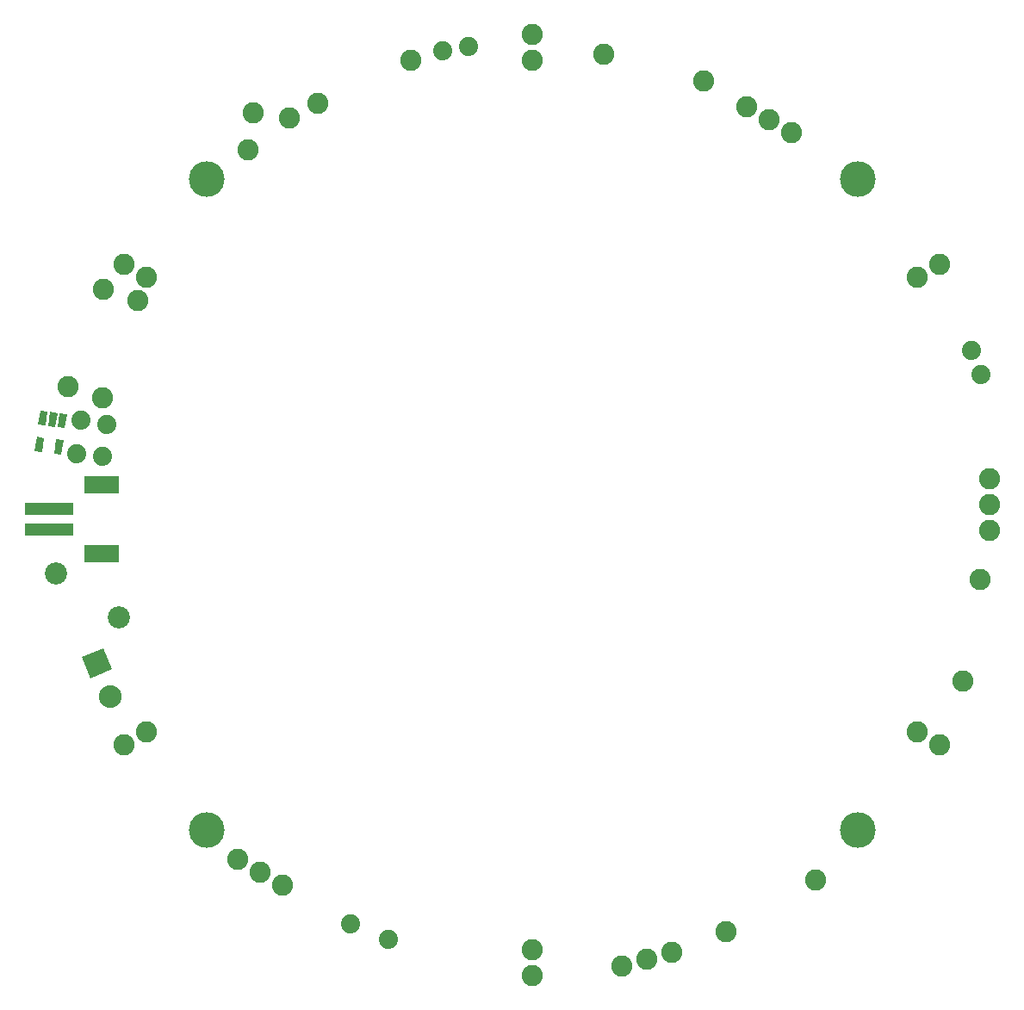
<source format=gbs>
G75*
%MOIN*%
%OFA0B0*%
%FSLAX24Y24*%
%IPPOS*%
%LPD*%
%AMOC8*
5,1,8,0,0,1.08239X$1,22.5*
%
%ADD10R,0.1891X0.0474*%
%ADD11R,0.1340X0.0710*%
%ADD12C,0.0880*%
%ADD13R,0.0880X0.0880*%
%ADD14R,0.0297X0.0552*%
%ADD15C,0.0860*%
%ADD16C,0.0740*%
%ADD17C,0.0820*%
%ADD18C,0.1380*%
D10*
X001134Y018890D03*
X001134Y019678D03*
D11*
X003181Y020622D03*
X003181Y017945D03*
D12*
X003524Y012427D03*
D13*
G36*
X002759Y013126D02*
X002423Y013938D01*
X003235Y014274D01*
X003571Y013462D01*
X002759Y013126D01*
G37*
D14*
G36*
X001627Y021782D02*
X001335Y021820D01*
X001407Y022366D01*
X001699Y022328D01*
X001627Y021782D01*
G37*
G36*
X000885Y021880D02*
X000593Y021918D01*
X000665Y022464D01*
X000957Y022426D01*
X000885Y021880D01*
G37*
G36*
X001019Y022895D02*
X000727Y022933D01*
X000799Y023479D01*
X001091Y023441D01*
X001019Y022895D01*
G37*
G36*
X001390Y022846D02*
X001098Y022884D01*
X001170Y023430D01*
X001462Y023392D01*
X001390Y022846D01*
G37*
G36*
X001761Y022797D02*
X001469Y022835D01*
X001541Y023381D01*
X001833Y023343D01*
X001761Y022797D01*
G37*
D15*
X001402Y017191D03*
X003859Y015471D03*
D16*
X003205Y021721D03*
X002209Y021808D03*
X003377Y022935D03*
X002392Y023109D03*
X016394Y037406D03*
X017379Y037579D03*
X036853Y025817D03*
X037195Y024877D03*
X014267Y003002D03*
X012812Y003605D03*
D17*
X010189Y005111D03*
X009323Y005611D03*
X008457Y006111D03*
X004048Y010530D03*
X004914Y011030D03*
X003206Y023983D03*
X001883Y024416D03*
X004574Y027742D03*
X004914Y028640D03*
X004048Y029140D03*
X003251Y028175D03*
X008861Y033592D03*
X009045Y034995D03*
X010447Y034810D03*
X011530Y035364D03*
X015156Y037054D03*
X019835Y037052D03*
X019835Y038052D03*
X022612Y037286D03*
X026476Y036250D03*
X028134Y035237D03*
X029000Y034737D03*
X029866Y034237D03*
X034756Y028640D03*
X035622Y029140D03*
X037532Y020835D03*
X037532Y019835D03*
X037532Y018835D03*
X037190Y016946D03*
X036496Y013007D03*
X034756Y011030D03*
X035622Y010530D03*
X030815Y005315D03*
X027351Y003315D03*
X025258Y002495D03*
X024292Y002237D03*
X023326Y001978D03*
X019835Y001619D03*
X019835Y002619D03*
D18*
X007237Y007237D03*
X007237Y032433D03*
X032433Y032433D03*
X032433Y007237D03*
M02*

</source>
